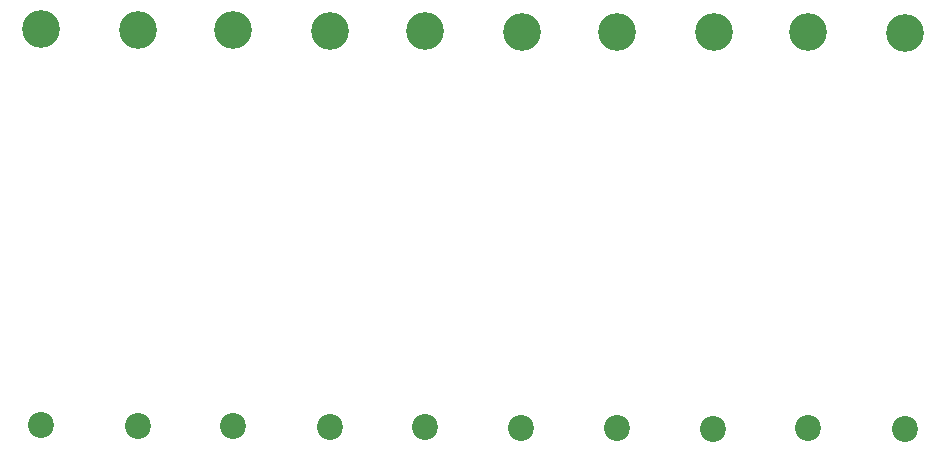
<source format=gbr>
%TF.GenerationSoftware,KiCad,Pcbnew,7.0.1*%
%TF.CreationDate,2023-03-31T11:37:31-07:00*%
%TF.ProjectId,leaf springs,6c656166-2073-4707-9269-6e67732e6b69,rev?*%
%TF.SameCoordinates,Original*%
%TF.FileFunction,Soldermask,Top*%
%TF.FilePolarity,Negative*%
%FSLAX46Y46*%
G04 Gerber Fmt 4.6, Leading zero omitted, Abs format (unit mm)*
G04 Created by KiCad (PCBNEW 7.0.1) date 2023-03-31 11:37:31*
%MOMM*%
%LPD*%
G01*
G04 APERTURE LIST*
%ADD10C,2.200000*%
%ADD11C,3.200000*%
G04 APERTURE END LIST*
D10*
%TO.C,REF\u002A\u002A*%
X142600000Y-89130000D03*
%TD*%
%TO.C,REF\u002A\u002A*%
X134550000Y-89120000D03*
%TD*%
D11*
%TO.C,REF\u002A\u002A*%
X126370000Y-55510000D03*
%TD*%
%TO.C,REF\u002A\u002A*%
X183280000Y-55790000D03*
%TD*%
%TO.C,REF\u002A\u002A*%
X134570000Y-55580000D03*
%TD*%
D10*
%TO.C,REF\u002A\u002A*%
X191258680Y-89308680D03*
%TD*%
D11*
%TO.C,REF\u002A\u002A*%
X175080000Y-55720000D03*
%TD*%
%TO.C,REF\u002A\u002A*%
X150820000Y-55660000D03*
%TD*%
D10*
%TO.C,REF\u002A\u002A*%
X175060000Y-89260000D03*
%TD*%
D11*
%TO.C,REF\u002A\u002A*%
X142620000Y-55590000D03*
%TD*%
%TO.C,REF\u002A\u002A*%
X191278680Y-55768680D03*
%TD*%
%TO.C,REF\u002A\u002A*%
X199478680Y-55838680D03*
%TD*%
D10*
%TO.C,REF\u002A\u002A*%
X199458680Y-89378680D03*
%TD*%
%TO.C,REF\u002A\u002A*%
X126350000Y-89050000D03*
%TD*%
%TO.C,REF\u002A\u002A*%
X183260000Y-89330000D03*
%TD*%
D11*
%TO.C,REF\u002A\u002A*%
X158830000Y-55640000D03*
%TD*%
%TO.C,REF\u002A\u002A*%
X167030000Y-55710000D03*
%TD*%
D10*
%TO.C,REF\u002A\u002A*%
X150800000Y-89200000D03*
%TD*%
%TO.C,REF\u002A\u002A*%
X167010000Y-89250000D03*
%TD*%
%TO.C,REF\u002A\u002A*%
X158810000Y-89180000D03*
%TD*%
M02*

</source>
